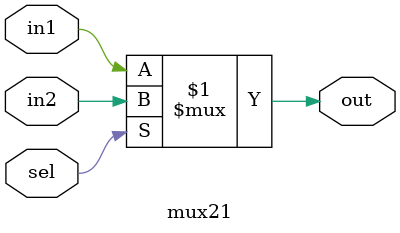
<source format=v>
`timescale 1ns / 1ps

/*
/////////////////////////////////////////////
//// COA LAB Assignment 6                ////
//// Group Number 23                     ////
//// Ashwani Kumar Kamal (20CS10011)     ////
//// Astitva (20CS30007)                 ////
/////////////////////////////////////////////
*/

// A 2x1 mux with 1-bit output

module mux21(
    input in1, 
    input in2, 
    input sel, 
    output out
    );
    
    assign out = (sel) ? in2 : in1;

endmodule
</source>
